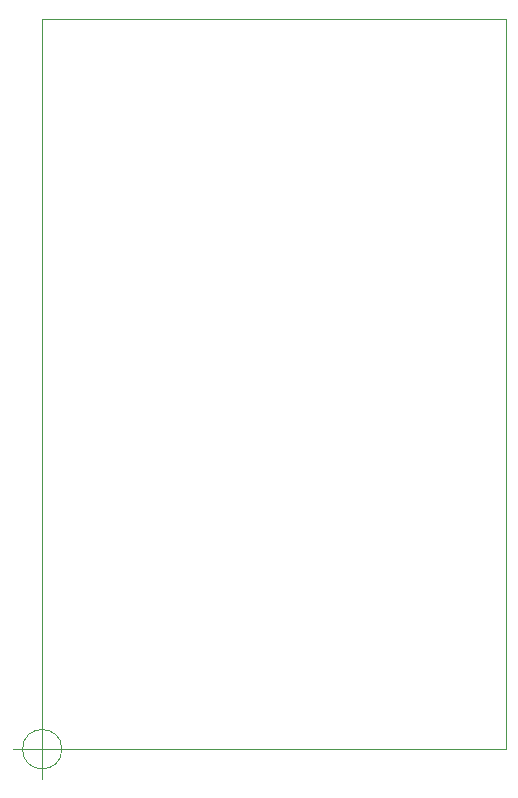
<source format=gbr>
G04 #@! TF.GenerationSoftware,KiCad,Pcbnew,(5.1.8)-1*
G04 #@! TF.CreationDate,2021-03-17T09:54:22-07:00*
G04 #@! TF.ProjectId,MCL64,4d434c36-342e-46b6-9963-61645f706362,rev?*
G04 #@! TF.SameCoordinates,Original*
G04 #@! TF.FileFunction,Profile,NP*
%FSLAX46Y46*%
G04 Gerber Fmt 4.6, Leading zero omitted, Abs format (unit mm)*
G04 Created by KiCad (PCBNEW (5.1.8)-1) date 2021-03-17 09:54:22*
%MOMM*%
%LPD*%
G01*
G04 APERTURE LIST*
G04 #@! TA.AperFunction,Profile*
%ADD10C,0.050000*%
G04 #@! TD*
G04 APERTURE END LIST*
D10*
X89154426Y-143962120D02*
G75*
G03*
X89154426Y-143962120I-1666666J0D01*
G01*
X84987760Y-143962120D02*
X89987760Y-143962120D01*
X87487760Y-141462120D02*
X87487760Y-146462120D01*
X87487760Y-143962120D02*
X87487760Y-82120740D01*
X126748540Y-143962120D02*
X87487760Y-143962120D01*
X126748540Y-82120740D02*
X126748540Y-143962120D01*
X87487760Y-82120740D02*
X126748540Y-82120740D01*
M02*

</source>
